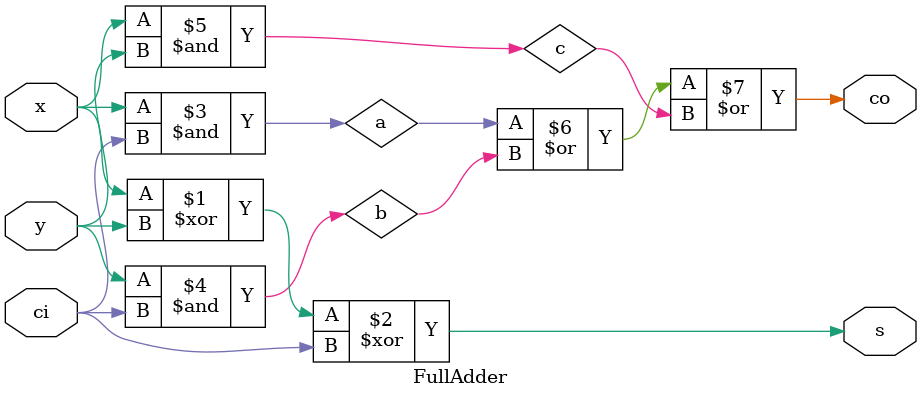
<source format=v>
`timescale 1ns / 1ps


module FullAdder(s, co, x, y, ci);
	 
	output s, co;
	input x, y, ci;
	
	xor(s, x, y, ci);  
	
	wire a, b, c;
	
	and(a, x, ci);
	and(b, y, ci);
	and(c, x, y);
	
	or(co, a, b, c);
	 
endmodule

</source>
